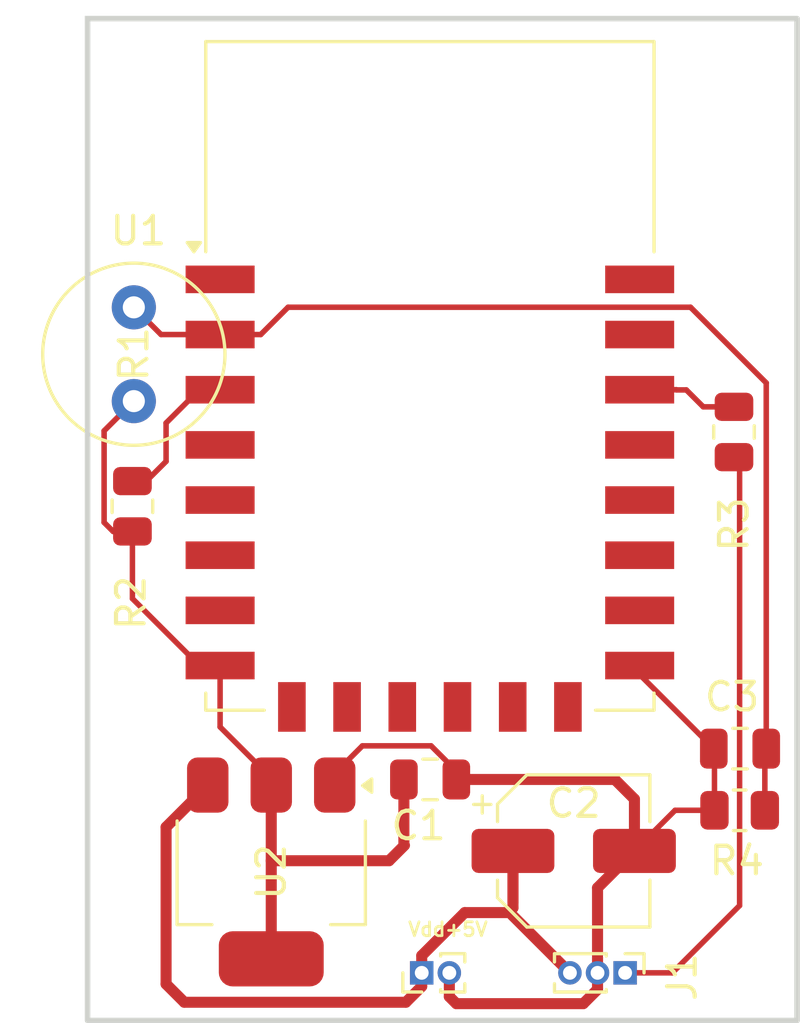
<source format=kicad_pcb>
(kicad_pcb (version 20240108) (generator "pcbnew") (generator_version "8.0")
  (layers (0 "F.Cu" signal) (31 "B.Cu" signal) (34 "B.Paste" user) (35 "F.Paste" user) (36 "B.SilkS" user "B.Silkscreen") (37 "F.SilkS" user "F.Silkscreen") (38 "B.Mask" user) (39 "F.Mask" user) (44 "Edge.Cuts" user))
  (net 0 "")
  (net 1 "Net-(J1-Pin_2)")
  (net 2 "Net-(U1-VCC)")
  (net 3 "Net-(U1-ADC)")
  (net 4 "Net-(J1-Pin_3)")
  (net 5 "Net-(J1-Pin_1)")
  (net 6 "Net-(U1-EN)")
  (net 7 "Net-(U1-GPIO5)")
  (footprint "Package_TO_SOT_SMD:SOT-223-3_TabPin2" (layer "F.Cu") (at 131.4196 88.9 -90)
    (property "Reference" "U2" (at 0 0 90) (layer "F.SilkS"))
    (property "Value" "AMS1117-3.3")
    (fp_line (start -1.85 3.41) (end 1.91 3.41) (stroke (width 0.12)) (layer "F.SilkS"))
    (fp_line (start 1.91 3.41) (end 1.91 2.15) (stroke (width 0.12)) (layer "F.SilkS"))
    (fp_line (start -1.85 -3.41) (end 1.91 -3.41) (stroke (width 0.12)) (layer "F.SilkS"))
    (fp_line (start 1.91 -3.41) (end 1.91 -2.15) (stroke (width 0.12)) (layer "F.SilkS"))
    (fp_poly (pts (xy -3.13 -3.31) (xy -3.37 -3.64) (xy -2.89 -3.64) (xy -3.13 -3.31)) (stroke (width 0.12)) (fill solid) (layer "F.SilkS"))
    (pad "1" smd roundrect (at -3.15 -2.3 270) (size 2 1.5) (layers "F.Cu" "F.Paste" "F.Mask") (net 1 "Net-(J1-Pin_2)"))
    (pad "2" smd roundrect (at -3.15 0 270) (size 2 1.5) (layers "F.Cu" "F.Paste" "F.Mask") (net 2 "Net-(U1-VCC)"))
    (pad "2" smd roundrect (at 3.15 0 270) (size 2 3.8) (layers "F.Cu" "F.Paste" "F.Mask") (net 2 "Net-(U1-VCC)"))
    (pad "3" smd roundrect (at -3.15 2.3 270) (size 2 1.5) (layers "F.Cu" "F.Paste" "F.Mask") (net 4 "Net-(J1-Pin_3)"))
  )
  (footprint "Capacitor_SMD:CP_Elec_5x5.8" (layer "F.Cu") (at 142.3768 88.138)
    (property "Reference" "C2" (at 0 -1.7272 0) (layer "F.SilkS"))
    (property "Value" "100uF 10V")
    (fp_line (start -3.625 -1.685) (end -3 -1.685) (stroke (width 0.12)) (layer "F.SilkS"))
    (fp_line (start -3.3125 -1.9975) (end -3.3125 -1.3725) (stroke (width 0.12)) (layer "F.SilkS"))
    (fp_line (start -2.76 -1.695563) (end -2.76 -1.06) (stroke (width 0.12)) (layer "F.SilkS"))
    (fp_line (start -2.76 -1.695563) (end -1.695563 -2.76) (stroke (width 0.12)) (layer "F.SilkS"))
    (fp_line (start -2.76 1.695563) (end -2.76 1.06) (stroke (width 0.12)) (layer "F.SilkS"))
    (fp_line (start -2.76 1.695563) (end -1.695563 2.76) (stroke (width 0.12)) (layer "F.SilkS"))
    (fp_line (start -1.695563 -2.76) (end 2.76 -2.76) (stroke (width 0.12)) (layer "F.SilkS"))
    (fp_line (start -1.695563 2.76) (end 2.76 2.76) (stroke (width 0.12)) (layer "F.SilkS"))
    (fp_line (start 2.76 -2.76) (end 2.76 -1.06) (stroke (width 0.12)) (layer "F.SilkS"))
    (fp_line (start 2.76 2.76) (end 2.76 1.06) (stroke (width 0.12)) (layer "F.SilkS"))
    (pad "1" smd roundrect (at -2.2 0) (size 3 1.6) (layers "F.Cu" "F.Paste" "F.Mask") (roundrect_rratio 0.15625) (net 4 "Net-(J1-Pin_3)"))
    (pad "2" smd roundrect (at 2.2 0) (size 3 1.6) (layers "F.Cu" "F.Paste" "F.Mask") (roundrect_rratio 0.15625) (net 1 "Net-(J1-Pin_2)"))
  )
  (footprint "Resistor_SMD:R_0805_2012Metric" (layer "F.Cu") (at 148.3887 86.6648 180)
    (property "Reference" "R4" (at 0.1035 -1.8288 0) (layer "F.SilkS"))
    (property "Value" "5k")
    (fp_line (start -0.227064 0.735) (end 0.227064 0.735) (stroke (width 0.12)) (layer "F.SilkS"))
    (fp_line (start -0.227064 -0.735) (end 0.227064 -0.735) (stroke (width 0.12)) (layer "F.SilkS"))
    (pad "1" smd roundrect (at -0.9125 0 180) (size 1.025 1.4) (layers "F.Cu" "F.Paste" "F.Mask") (roundrect_rratio 0.243902) (net 3 "Net-(U1-ADC)"))
    (pad "2" smd roundrect (at 0.9125 0 180) (size 1.025 1.4) (layers "F.Cu" "F.Paste" "F.Mask") (roundrect_rratio 0.243902) (net 1 "Net-(J1-Pin_2)"))
  )
  (footprint "Resistor_SMD:R_0805_2012Metric" (layer "F.Cu") (at 148.1836 72.9507 90)
    (property "Reference" "R3" (at -3.3509 0 90) (layer "F.SilkS"))
    (property "Value" "270")
    (fp_line (start -0.227064 -0.735) (end 0.227064 -0.735) (stroke (width 0.12)) (layer "F.SilkS"))
    (fp_line (start -0.227064 0.735) (end 0.227064 0.735) (stroke (width 0.12)) (layer "F.SilkS"))
    (pad "1" smd roundrect (at -0.9125 0 90) (size 1.025 1.4) (layers "F.Cu" "F.Paste" "F.Mask") (roundrect_rratio 0.243902) (net 5 "Net-(J1-Pin_1)"))
    (pad "2" smd roundrect (at 0.9125 0 90) (size 1.025 1.4) (layers "F.Cu" "F.Paste" "F.Mask") (roundrect_rratio 0.243902) (net 7 "Net-(U1-GPIO5)"))
  )
  (footprint "Connector_PinHeader_1.00mm:PinHeader_1x03_P1.00mm_Vertical" (layer "F.Cu") (at 144.24 92.5576 -90)
    (property "Reference" "J1" (at 0.1524 -2.064 90) (layer "F.SilkS"))
    (property "Value" "LED")
    (fp_line (start -0.695 2.56) (end -0.394493 2.56) (stroke (width 0.12)) (layer "F.SilkS"))
    (fp_line (start 0.394493 2.56) (end 0.695 2.56) (stroke (width 0.12)) (layer "F.SilkS"))
    (fp_line (start -0.695 0.685) (end -0.695 2.56) (stroke (width 0.12)) (layer "F.SilkS"))
    (fp_line (start -0.695 0.685) (end -0.608276 0.685) (stroke (width 0.12)) (layer "F.SilkS"))
    (fp_line (start 0.608276 0.685) (end 0.695 0.685) (stroke (width 0.12)) (layer "F.SilkS"))
    (fp_line (start 0.695 0.685) (end 0.695 2.56) (stroke (width 0.12)) (layer "F.SilkS"))
    (fp_line (start -0.695 0) (end -0.695 -0.685) (stroke (width 0.12)) (layer "F.SilkS"))
    (fp_line (start -0.695 -0.685) (end 0 -0.685) (stroke (width 0.12)) (layer "F.SilkS"))
    (pad "1" thru_hole rect (at 0 0 270) (size 0.85 0.85) (drill 0.5) (layers "*.Cu" "*.Mask") (net 5 "Net-(J1-Pin_1)"))
    (pad "2" thru_hole oval (at 0 1 270) (size 0.85 0.85) (drill 0.5) (layers "*.Cu" "*.Mask") (net 1 "Net-(J1-Pin_2)"))
    (pad "3" thru_hole oval (at 0 2 270) (size 0.85 0.85) (drill 0.5) (layers "*.Cu" "*.Mask") (net 4 "Net-(J1-Pin_3)"))
  )
  (footprint "Connector_PinHeader_1.00mm:PinHeader_1x02_P1.00mm_Vertical" (layer "F.Cu") (at 136.8712 92.5576 90)
    (property "Reference" "Vdd+5V" (at 1.5748 0.9492 0) (layer "F.SilkS") (effects (font (size 0.5 0.5) (thickness 0.1))))
    (property "Value" "GND")
    (fp_line (start -0.695 -0.685) (end 0 -0.685) (stroke (width 0.12)) (layer "F.SilkS"))
    (fp_line (start -0.695 0) (end -0.695 -0.685) (stroke (width 0.12)) (layer "F.SilkS"))
    (fp_line (start 0.695 0.685) (end 0.695 1.56) (stroke (width 0.12)) (layer "F.SilkS"))
    (fp_line (start 0.608276 0.685) (end 0.695 0.685) (stroke (width 0.12)) (layer "F.SilkS"))
    (fp_line (start -0.695 0.685) (end -0.608276 0.685) (stroke (width 0.12)) (layer "F.SilkS"))
    (fp_line (start -0.695 0.685) (end -0.695 1.56) (stroke (width 0.12)) (layer "F.SilkS"))
    (fp_line (start 0.394493 1.56) (end 0.695 1.56) (stroke (width 0.12)) (layer "F.SilkS"))
    (fp_line (start -0.695 1.56) (end -0.394493 1.56) (stroke (width 0.12)) (layer "F.SilkS"))
    (pad "1" thru_hole rect (at 0 0 90) (size 0.85 0.85) (drill 0.5) (layers "*.Cu" "*.Mask") (net 4 "Net-(J1-Pin_3)"))
    (pad "2" thru_hole oval (at 0 1 90) (size 0.85 0.85) (drill 0.5) (layers "*.Cu" "*.Mask") (net 1 "Net-(J1-Pin_2)"))
  )
  (footprint "RF_Module:ESP-12E" (layer "F.Cu") (at 137.1668 70.9176)
    (property "Reference" "U1" (at -10.56 -5.26 0) (layer "F.SilkS"))
    (property "Value" "ESP-12E")
    (fp_line (start -8.12 -12.12) (end 8.12 -12.12) (stroke (width 0.12)) (layer "F.SilkS"))
    (fp_line (start -8.12 -4.5) (end -8.12 -12.12) (stroke (width 0.12)) (layer "F.SilkS"))
    (fp_line (start -8.12 12.12) (end -8.12 11.5) (stroke (width 0.12)) (layer "F.SilkS"))
    (fp_line (start -6 12.12) (end -8.12 12.12) (stroke (width 0.12)) (layer "F.SilkS"))
    (fp_line (start 8.12 -12.12) (end 8.12 -4.5) (stroke (width 0.12)) (layer "F.SilkS"))
    (fp_line (start 8.12 11.5) (end 8.12 12.12) (stroke (width 0.12)) (layer "F.SilkS"))
    (fp_line (start 8.12 12.12) (end 6 12.12) (stroke (width 0.12)) (layer "F.SilkS"))
    (fp_poly (pts (xy -8.55 -4.5) (xy -8.79 -4.836) (xy -8.31 -4.836) (xy -8.55 -4.5)) (stroke (width 0.12)) (fill solid) (layer "F.SilkS"))
    (pad "1" smd rect (at -7.6 -3.5) (size 2.5 1) (layers "F.Cu" "F.Paste" "F.Mask"))
    (pad "2" smd rect (at -7.6 -1.5) (size 2.5 1) (layers "F.Cu" "F.Paste" "F.Mask") (net 3 "Net-(U1-ADC)"))
    (pad "3" smd rect (at -7.6 0.5) (size 2.5 1) (layers "F.Cu" "F.Paste" "F.Mask") (net 6 "Net-(U1-EN)"))
    (pad "4" smd rect (at -7.6 2.5) (size 2.5 1) (layers "F.Cu" "F.Paste" "F.Mask"))
    (pad "5" smd rect (at -7.6 4.5) (size 2.5 1) (layers "F.Cu" "F.Paste" "F.Mask"))
    (pad "6" smd rect (at -7.6 6.5) (size 2.5 1) (layers "F.Cu" "F.Paste" "F.Mask"))
    (pad "7" smd rect (at -7.6 8.5) (size 2.5 1) (layers "F.Cu" "F.Paste" "F.Mask"))
    (pad "8" smd rect (at -7.6 10.5) (size 2.5 1) (layers "F.Cu" "F.Paste" "F.Mask") (net 2 "Net-(U1-VCC)"))
    (pad "9" smd rect (at -5 12) (size 1 1.8) (layers "F.Cu" "F.Paste" "F.Mask"))
    (pad "10" smd rect (at -3 12) (size 1 1.8) (layers "F.Cu" "F.Paste" "F.Mask"))
    (pad "11" smd rect (at -1 12) (size 1 1.8) (layers "F.Cu" "F.Paste" "F.Mask"))
    (pad "12" smd rect (at 1 12) (size 1 1.8) (layers "F.Cu" "F.Paste" "F.Mask"))
    (pad "13" smd rect (at 3 12) (size 1 1.8) (layers "F.Cu" "F.Paste" "F.Mask"))
    (pad "14" smd rect (at 5 12) (size 1 1.8) (layers "F.Cu" "F.Paste" "F.Mask"))
    (pad "15" smd rect (at 7.6 10.5) (size 2.5 1) (layers "F.Cu" "F.Paste" "F.Mask") (net 1 "Net-(J1-Pin_2)"))
    (pad "16" smd rect (at 7.6 8.5) (size 2.5 1) (layers "F.Cu" "F.Paste" "F.Mask"))
    (pad "17" smd rect (at 7.6 6.5) (size 2.5 1) (layers "F.Cu" "F.Paste" "F.Mask"))
    (pad "18" smd rect (at 7.6 4.5) (size 2.5 1) (layers "F.Cu" "F.Paste" "F.Mask"))
    (pad "19" smd rect (at 7.6 2.5) (size 2.5 1) (layers "F.Cu" "F.Paste" "F.Mask"))
    (pad "20" smd rect (at 7.6 0.5) (size 2.5 1) (layers "F.Cu" "F.Paste" "F.Mask") (net 7 "Net-(U1-GPIO5)"))
    (pad "21" smd rect (at 7.6 -1.5) (size 2.5 1) (layers "F.Cu" "F.Paste" "F.Mask"))
    (pad "22" smd rect (at 7.6 -3.5) (size 2.5 1) (layers "F.Cu" "F.Paste" "F.Mask"))
  )
  (footprint "OptoDevice:R_LDR_D6.4mm_P3.4mm_Vertical" (layer "F.Cu") (at 126.4412 71.8312 90)
    (property "Reference" "R1" (at 1.7 0 90) (layer "F.SilkS"))
    (property "Value" "A1050")
    (fp_circle (center 1.7 0) (end 5 -0.1) (stroke (width 0.12)) (fill none) (layer "F.SilkS"))
    (pad "1" thru_hole circle (at 0 0 90) (size 1.6 1.6) (drill 0.8) (layers "*.Cu" "*.Mask") (net 2 "Net-(U1-VCC)"))
    (pad "2" thru_hole circle (at 3.4 0 90) (size 1.6 1.6) (drill 0.8) (layers "*.Cu" "*.Mask") (net 3 "Net-(U1-ADC)"))
  )
  (footprint "Capacitor_SMD:C_0805_2012Metric" (layer "F.Cu") (at 137.1752 85.5472)
    (property "Reference" "C1" (at -0.4216 1.6764 0) (layer "F.SilkS"))
    (property "Value" "100nF")
    (fp_line (start -0.261252 -0.735) (end 0.261252 -0.735) (stroke (width 0.12)) (layer "F.SilkS"))
    (fp_line (start -0.261252 0.735) (end 0.261252 0.735) (stroke (width 0.12)) (layer "F.SilkS"))
    (pad "1" smd roundrect (at -0.95 0) (size 1 1.45) (layers "F.Cu" "F.Paste" "F.Mask") (net 2 "Net-(U1-VCC)"))
    (pad "2" smd roundrect (at 0.95 0) (size 1 1.45) (layers "F.Cu" "F.Paste" "F.Mask") (net 1 "Net-(J1-Pin_2)"))
  )
  (footprint "Resistor_SMD:R_0805_2012Metric" (layer "F.Cu") (at 126.3904 75.6431 90)
    (property "Reference" "R2" (at -3.5033 -0.0508 90) (layer "F.SilkS"))
    (property "Value" "270")
    (fp_line (start -0.227064 -0.735) (end 0.227064 -0.735) (stroke (width 0.12)) (layer "F.SilkS"))
    (fp_line (start -0.227064 0.735) (end 0.227064 0.735) (stroke (width 0.12)) (layer "F.SilkS"))
    (pad "1" smd roundrect (at -0.9125 0 90) (size 1.025 1.4) (layers "F.Cu" "F.Paste" "F.Mask") (roundrect_rratio 0.243902) (net 2 "Net-(U1-VCC)"))
    (pad "2" smd roundrect (at 0.9125 0 90) (size 1.025 1.4) (layers "F.Cu" "F.Paste" "F.Mask") (roundrect_rratio 0.243902) (net 6 "Net-(U1-EN)"))
  )
  (footprint "Capacitor_SMD:C_0805_2012Metric" (layer "F.Cu") (at 148.402 84.4296 180)
    (property "Reference" "C3" (at 0.2896 1.8796 0) (layer "F.SilkS"))
    (property "Value" "100nF")
    (fp_line (start -0.261252 0.735) (end 0.261252 0.735) (stroke (width 0.12)) (layer "F.SilkS"))
    (fp_line (start -0.261252 -0.735) (end 0.261252 -0.735) (stroke (width 0.12)) (layer "F.SilkS"))
    (pad "1" smd roundrect (at -0.95 0 180) (size 1 1.45) (layers "F.Cu" "F.Paste" "F.Mask") (net 3 "Net-(U1-ADC)"))
    (pad "2" smd roundrect (at 0.95 0 180) (size 1 1.45) (layers "F.Cu" "F.Paste" "F.Mask") (net 1 "Net-(J1-Pin_2)"))
  )
  (gr_rect (start 124.7648 57.9628) (end 150.4696 94.2848) (stroke (width 0.2)) (fill none) (layer "Edge.Cuts"))
  (segment (start 143.24 93.15864) (end 142.72344 93.6752) (width 0.4) (layer "F.Cu") (net 1))
  (segment (start 144.5768 88.138) (end 146.05 86.6648) (width 0.2) (layer "F.Cu") (net 1))
  (segment (start 147.4762 86.6648) (end 147.4762 84.4538) (width 0.2) (layer "F.Cu") (net 1))
  (segment (start 138.1252 93.6752) (end 137.8712 93.4212) (width 0.4) (layer "F.Cu") (net 1))
  (segment (start 133.7196 85.33) (end 134.7216 84.328) (width 0.2) (layer "F.Cu") (net 1))
  (segment (start 133.7196 85.75) (end 133.7196 85.33) (width 0.2) (layer "F.Cu") (net 1))
  (segment (start 144.7668 81.4176) (end 144.7668 81.7444) (width 0.2) (layer "F.Cu") (net 1))
  (segment (start 143.24 89.4748) (end 144.5768 88.138) (width 0.4) (layer "F.Cu") (net 1))
  (segment (start 138.1252 85.5472) (end 143.8656 85.5472) (width 0.4) (layer "F.Cu") (net 1))
  (segment (start 143.24 92.5576) (end 143.24 89.4748) (width 0.4) (layer "F.Cu") (net 1))
  (segment (start 146.05 86.6648) (end 147.4762 86.6648) (width 0.2) (layer "F.Cu") (net 1))
  (segment (start 144.7668 81.7444) (end 147.452 84.4296) (width 0.2) (layer "F.Cu") (net 1))
  (segment (start 143.24 92.5576) (end 143.24 93.15864) (width 0.4) (layer "F.Cu") (net 1))
  (segment (start 137.2108 84.328) (end 138.1252 85.2424) (width 0.2) (layer "F.Cu") (net 1))
  (segment (start 134.7216 84.328) (end 137.2108 84.328) (width 0.2) (layer "F.Cu") (net 1))
  (segment (start 138.1252 85.2424) (end 138.1252 85.5472) (width 0.2) (layer "F.Cu") (net 1))
  (segment (start 137.8712 93.4212) (end 137.8712 92.5576) (width 0.4) (layer "F.Cu") (net 1))
  (segment (start 144.5768 86.2584) (end 144.5768 88.138) (width 0.4) (layer "F.Cu") (net 1))
  (segment (start 142.72344 93.6752) (end 138.1252 93.6752) (width 0.4) (layer "F.Cu") (net 1))
  (segment (start 147.4762 84.4538) (end 147.452 84.4296) (width 0.2) (layer "F.Cu") (net 1))
  (segment (start 143.8656 85.5472) (end 144.5768 86.2584) (width 0.4) (layer "F.Cu") (net 1))
  (segment (start 126.3904 76.5556) (end 125.6904 76.5556) (width 0.2) (layer "F.Cu") (net 2))
  (segment (start 131.4196 88.4936) (end 135.6868 88.4936) (width 0.4) (layer "F.Cu") (net 2))
  (segment (start 125.6904 76.5556) (end 125.3648 76.23) (width 0.2) (layer "F.Cu") (net 2))
  (segment (start 131.4196 85.75) (end 131.4196 85.4964) (width 0.2) (layer "F.Cu") (net 2))
  (segment (start 136.2252 87.9144) (end 136.2252 85.5472) (width 0.4) (layer "F.Cu") (net 2))
  (segment (start 126.3904 78.9912) (end 126.3904 76.5556) (width 0.2) (layer "F.Cu") (net 2))
  (segment (start 125.3648 72.9076) (end 126.4412 71.8312) (width 0.2) (layer "F.Cu") (net 2))
  (segment (start 125.3648 76.23) (end 125.3648 72.9076) (width 0.2) (layer "F.Cu") (net 2))
  (segment (start 129.5668 83.6436) (end 129.5668 81.4176) (width 0.2) (layer "F.Cu") (net 2))
  (segment (start 129.5668 81.4176) (end 128.8168 81.4176) (width 0.2) (layer "F.Cu") (net 2))
  (segment (start 131.4196 88.4936) (end 131.4196 85.75) (width 0.4) (layer "F.Cu") (net 2))
  (segment (start 131.4196 85.4964) (end 129.5668 83.6436) (width 0.2) (layer "F.Cu") (net 2))
  (segment (start 136.2456 87.9348) (end 136.2252 87.9144) (width 0.2) (layer "F.Cu") (net 2))
  (segment (start 135.6868 88.4936) (end 136.2456 87.9348) (width 0.4) (layer "F.Cu") (net 2))
  (segment (start 131.4196 92.05) (end 131.4196 88.4936) (width 0.4) (layer "F.Cu") (net 2))
  (segment (start 128.8168 81.4176) (end 126.3904 78.9912) (width 0.2) (layer "F.Cu") (net 2))
  (segment (start 127.4276 69.4176) (end 129.5668 69.4176) (width 0.2) (layer "F.Cu") (net 3))
  (segment (start 126.4412 68.4312) (end 127.4276 69.4176) (width 0.2) (layer "F.Cu") (net 3))
  (segment (start 149.3012 86.6648) (end 149.3012 84.4804) (width 0.2) (layer "F.Cu") (net 3))
  (segment (start 146.6088 68.4276) (end 132.0292 68.4276) (width 0.2) (layer "F.Cu") (net 3))
  (segment (start 149.352 84.4296) (end 149.352 71.1708) (width 0.2) (layer "F.Cu") (net 3))
  (segment (start 149.3012 84.4804) (end 149.352 84.4296) (width 0.2) (layer "F.Cu") (net 3))
  (segment (start 149.352 71.1708) (end 146.6088 68.4276) (width 0.2) (layer "F.Cu") (net 3))
  (segment (start 132.0292 68.4276) (end 131.0392 69.4176) (width 0.2) (layer "F.Cu") (net 3))
  (segment (start 131.0392 69.4176) (end 129.5668 69.4176) (width 0.2) (layer "F.Cu") (net 3))
  (segment (start 140.1572 90.0176) (end 140.1768 89.998) (width 0.2) (layer "F.Cu") (net 4))
  (segment (start 142.24 92.5576) (end 140.1572 90.4748) (width 0.4) (layer "F.Cu") (net 4))
  (segment (start 129.1196 85.7644) (end 127.6096 87.2744) (width 0.4) (layer "F.Cu") (net 4))
  (segment (start 140.0048 90.3732) (end 140.1768 90.2012) (width 0.4) (layer "F.Cu") (net 4))
  (segment (start 128.27 93.6244) (end 136.2964 93.6244) (width 0.4) (layer "F.Cu") (net 4))
  (segment (start 129.1196 85.75) (end 129.1196 85.7644) (width 0.2) (layer "F.Cu") (net 4))
  (segment (start 138.4306 90.3732) (end 140.0048 90.3732) (width 0.4) (layer "F.Cu") (net 4))
  (segment (start 140.1572 90.4748) (end 140.1572 90.0176) (width 0.2) (layer "F.Cu") (net 4))
  (segment (start 127.6096 87.2744) (end 127.6096 92.964) (width 0.4) (layer "F.Cu") (net 4))
  (segment (start 136.2964 93.6244) (end 136.8712 93.0496) (width 0.4) (layer "F.Cu") (net 4))
  (segment (start 136.8712 92.5576) (end 136.8712 91.9326) (width 0.4) (layer "F.Cu") (net 4))
  (segment (start 140.1768 90.2012) (end 140.1768 88.138) (width 0.4) (layer "F.Cu") (net 4))
  (segment (start 136.8712 93.0496) (end 136.8712 92.5576) (width 0.4) (layer "F.Cu") (net 4))
  (segment (start 136.8712 91.9326) (end 138.4306 90.3732) (width 0.4) (layer "F.Cu") (net 4))
  (segment (start 127.6096 92.964) (end 128.27 93.6244) (width 0.4) (layer "F.Cu") (net 4))
  (segment (start 140.1768 89.998) (end 140.1768 88.138) (width 0.4) (layer "F.Cu") (net 4))
  (segment (start 144.24 92.5576) (end 145.9484 92.5576) (width 0.2) (layer "F.Cu") (net 5))
  (segment (start 148.3868 90.1192) (end 148.3868 74.0664) (width 0.2) (layer "F.Cu") (net 5))
  (segment (start 145.9484 92.5576) (end 148.3868 90.1192) (width 0.2) (layer "F.Cu") (net 5))
  (segment (start 148.3868 74.0664) (end 148.1836 73.8632) (width 0.2) (layer "F.Cu") (net 5))
  (segment (start 126.8946 74.7306) (end 127.6096 74.0156) (width 0.2) (layer "F.Cu") (net 6))
  (segment (start 126.3904 74.7306) (end 126.8946 74.7306) (width 0.2) (layer "F.Cu") (net 6))
  (segment (start 127.6096 74.0156) (end 127.6096 72.6248) (width 0.2) (layer "F.Cu") (net 6))
  (segment (start 128.8168 71.4176) (end 129.5668 71.4176) (width 0.2) (layer "F.Cu") (net 6))
  (segment (start 127.6096 72.6248) (end 128.8168 71.4176) (width 0.2) (layer "F.Cu") (net 6))
  (segment (start 148.1836 72.0382) (end 147.0698 72.0382) (width 0.2) (layer "F.Cu") (net 7))
  (segment (start 146.1008 71.4248) (end 146.0936 71.4176) (width 0.2) (layer "F.Cu") (net 7))
  (segment (start 146.4564 71.4248) (end 146.1008 71.4248) (width 0.2) (layer "F.Cu") (net 7))
  (segment (start 146.0936 71.4176) (end 144.7668 71.4176) (width 0.2) (layer "F.Cu") (net 7))
  (segment (start 147.0698 72.0382) (end 146.4564 71.4248) (width 0.2) (layer "F.Cu") (net 7))
)
</source>
